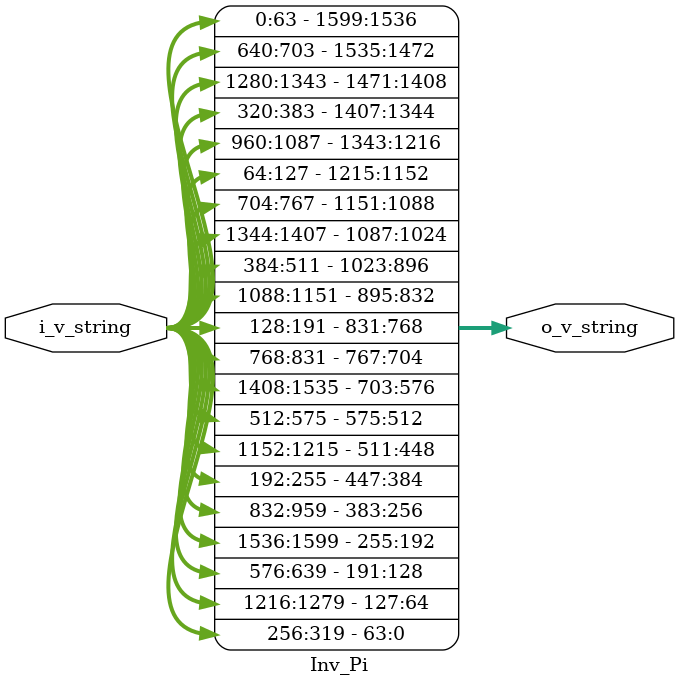
<source format=v>
`timescale 1ns / 1ps


module Inv_Pi(input wire[0:1599] i_v_string, output wire[0:1599] o_v_string);

    genvar x, y, z;
    generate
    for (x = 0; x < 5; x = x + 1)
        begin :xloop
        for (y = 0; y < 5; y = y + 1)
            begin :yloop
            for (z = 0; z < 64; z = z + 1)
                begin :zloop
                assign o_v_string[64*(5*y+x) + z] = i_v_string[64*(5*((2*x+3*y)%5)+y%5) + z];
                end
            end
        end
    endgenerate
endmodule

</source>
